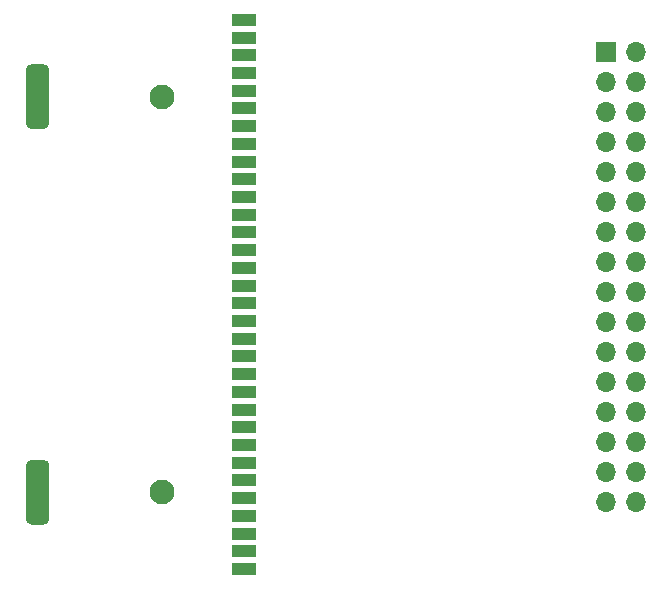
<source format=gbr>
%TF.GenerationSoftware,KiCad,Pcbnew,(5.1.10)-1*%
%TF.CreationDate,2021-11-02T23:54:37+01:00*%
%TF.ProjectId,Board0,426f6172-6430-42e6-9b69-6361645f7063,rev?*%
%TF.SameCoordinates,Original*%
%TF.FileFunction,Soldermask,Top*%
%TF.FilePolarity,Negative*%
%FSLAX46Y46*%
G04 Gerber Fmt 4.6, Leading zero omitted, Abs format (unit mm)*
G04 Created by KiCad (PCBNEW (5.1.10)-1) date 2021-11-02 23:54:37*
%MOMM*%
%LPD*%
G01*
G04 APERTURE LIST*
%ADD10O,1.700000X1.700000*%
%ADD11R,1.700000X1.700000*%
%ADD12C,2.100000*%
%ADD13R,2.000000X1.000000*%
G04 APERTURE END LIST*
D10*
%TO.C,J1*%
X133180000Y-140780000D03*
X130640000Y-140780000D03*
X133180000Y-138240000D03*
X130640000Y-138240000D03*
X133180000Y-135700000D03*
X130640000Y-135700000D03*
X133180000Y-133160000D03*
X130640000Y-133160000D03*
X133180000Y-130620000D03*
X130640000Y-130620000D03*
X133180000Y-128080000D03*
X130640000Y-128080000D03*
X133180000Y-125540000D03*
X130640000Y-125540000D03*
X133180000Y-123000000D03*
X130640000Y-123000000D03*
X133180000Y-120460000D03*
X130640000Y-120460000D03*
X133180000Y-117920000D03*
X130640000Y-117920000D03*
X133180000Y-115380000D03*
X130640000Y-115380000D03*
X133180000Y-112840000D03*
X130640000Y-112840000D03*
X133180000Y-110300000D03*
X130640000Y-110300000D03*
X133180000Y-107760000D03*
X130640000Y-107760000D03*
X133180000Y-105220000D03*
X130640000Y-105220000D03*
X133180000Y-102680000D03*
D11*
X130640000Y-102680000D03*
%TD*%
%TO.C,U1*%
G36*
G01*
X81500000Y-142250000D02*
X81500000Y-137750000D01*
G75*
G02*
X82000000Y-137250000I500000J0D01*
G01*
X83000000Y-137250000D01*
G75*
G02*
X83500000Y-137750000I0J-500000D01*
G01*
X83500000Y-142250000D01*
G75*
G02*
X83000000Y-142750000I-500000J0D01*
G01*
X82000000Y-142750000D01*
G75*
G02*
X81500000Y-142250000I0J500000D01*
G01*
G37*
G36*
G01*
X81500000Y-108750000D02*
X81500000Y-104250000D01*
G75*
G02*
X82000000Y-103750000I500000J0D01*
G01*
X83000000Y-103750000D01*
G75*
G02*
X83500000Y-104250000I0J-500000D01*
G01*
X83500000Y-108750000D01*
G75*
G02*
X83000000Y-109250000I-500000J0D01*
G01*
X82000000Y-109250000D01*
G75*
G02*
X81500000Y-108750000I0J500000D01*
G01*
G37*
D12*
X93000000Y-140000000D03*
X93000000Y-106500000D03*
D13*
X100000000Y-146500000D03*
X100000000Y-145000000D03*
X100000000Y-143500000D03*
X100000000Y-142000000D03*
X100000000Y-140500000D03*
X100000000Y-139000000D03*
X100000000Y-137500000D03*
X100000000Y-136000000D03*
X100000000Y-134500000D03*
X100000000Y-133000000D03*
X100000000Y-131500000D03*
X100000000Y-130000000D03*
X100000000Y-128500000D03*
X100000000Y-127000000D03*
X100000000Y-125500000D03*
X100000000Y-124000000D03*
X100000000Y-122500000D03*
X100000000Y-121000000D03*
X100000000Y-119500000D03*
X100000000Y-118000000D03*
X100000000Y-116500000D03*
X100000000Y-115000000D03*
X100000000Y-113500000D03*
X100000000Y-112000000D03*
X100000000Y-110500000D03*
X100000000Y-109000000D03*
X100000000Y-107500000D03*
X100000000Y-106000000D03*
X100000000Y-104500000D03*
X100000000Y-103000000D03*
X100000000Y-101500000D03*
X100000000Y-100000000D03*
%TD*%
M02*

</source>
